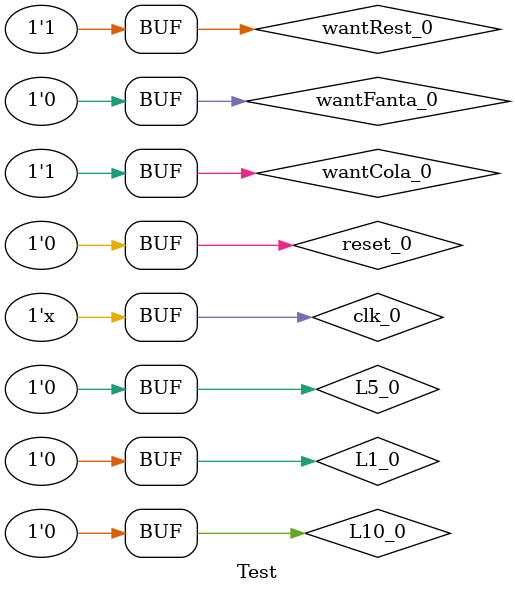
<source format=v>
`timescale 1ns / 1ps
module Test();
    
    wire Cola_0, Fanta_0, R10_0, R1_0, R5_0;
    reg L10_0, L1_0, L5_0, clk_0, reset_0, wantCola_0, wantFanta_0, wantRest_0;
    
    always #25 clk_0 = ~clk_0;
    
    Schema_wrapper automat(
    Cola_0,
    Fanta_0,
    L10_0,
    L1_0,
    L5_0,
    R10_0,
    R1_0,
    R5_0,
    clk_0,
    reset_0,
    wantCola_0,
    wantFanta_0,
    wantRest_0
    );
    
    initial begin
        L10_0 = 0; L5_0 = 0; L1_0 = 0; clk_0 = 0; wantCola_0 = 0; wantFanta_0 = 0; wantRest_0 = 0; reset_0 = 1; 
        #50 reset_0 = 0;  
        #25 L5_0 = 1;
        #100 L5_0 = 0; wantCola_0 = 1;
        #100 wantRest_0 = 1;
        
    end
endmodule

</source>
